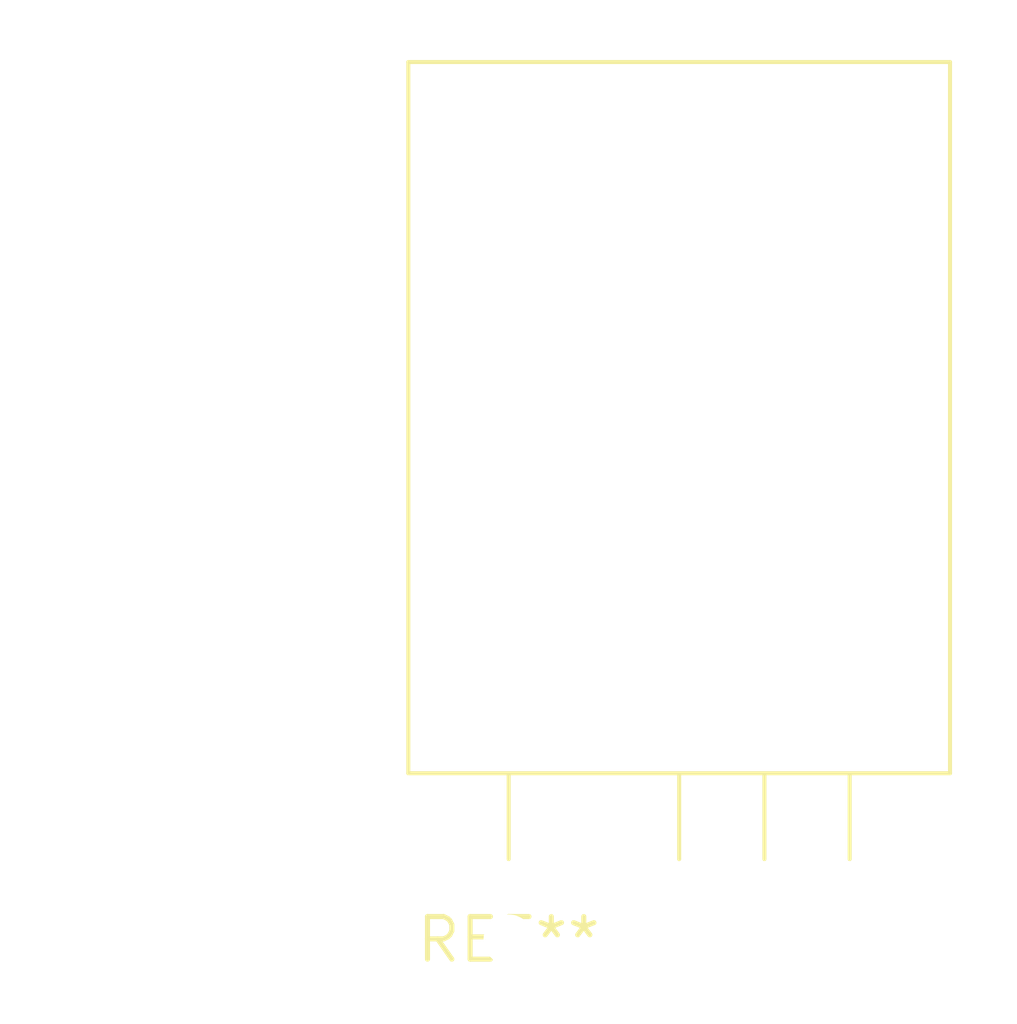
<source format=kicad_pcb>
(kicad_pcb (version 20240108) (generator pcbnew)
  (layers (0 "F.Cu" signal) (31 "B.Cu" signal) (34 "B.Paste" user) (35 "F.Paste" user) (36 "B.SilkS" user "B.Silkscreen") (37 "F.SilkS" user "F.Silkscreen") (38 "B.Mask" user) (39 "F.Mask" user) (44 "Edge.Cuts" user))
  (net 0 "")
  (footprint "TO-247-4_Horizontal_TabDown" (layer "F.Cu") (at 0 0)
    (property "Reference" "REF**")
    (property "Value" "TO-247-4_Horizontal_TabDown")
    (fp_line (start -2.99 -26.15) (end -2.99 -4.96) (layer "F.SilkS") (stroke (width 0.12)))
    (fp_line (start -2.99 -26.15) (end 13.15 -26.15) (layer "F.SilkS") (stroke (width 0.12)))
    (fp_line (start -2.99 -4.96) (end 13.15 -4.96) (layer "F.SilkS") (stroke (width 0.12)))
    (fp_line (start 0 -4.96) (end 0 -2.4) (layer "F.SilkS") (stroke (width 0.12)))
    (fp_line (start 5.08 -4.96) (end 5.08 -2.4) (layer "F.SilkS") (stroke (width 0.12)))
    (fp_line (start 7.62 -4.96) (end 7.62 -2.4) (layer "F.SilkS") (stroke (width 0.12)))
    (fp_line (start 10.16 -4.96) (end 10.16 -2.4) (layer "F.SilkS") (stroke (width 0.12)))
    (fp_line (start 13.15 -26.15) (end 13.15 -4.96) (layer "F.SilkS") (stroke (width 0.12)))
    (pad "" np_thru_hole oval (at 5.08 -19.86) (size 3.6 3.6) (drill 3.6) (layers *.Cu *.Mask))
    (pad "1" thru_hole rect (at 0 0) (size 1.905 4.5) (drill 1.5) (layers *.Cu *.Mask) (remove_unused_layers))
    (pad "2" thru_hole oval (at 5.08 0) (size 1.905 4.5) (drill 1.5) (layers *.Cu *.Mask) (remove_unused_layers))
    (pad "3" thru_hole oval (at 7.62 0) (size 1.905 4.5) (drill 1.5) (layers *.Cu *.Mask) (remove_unused_layers))
    (pad "4" thru_hole oval (at 10.16 0) (size 1.905 4.5) (drill 1.5) (layers *.Cu *.Mask) (remove_unused_layers))
  )
)
</source>
